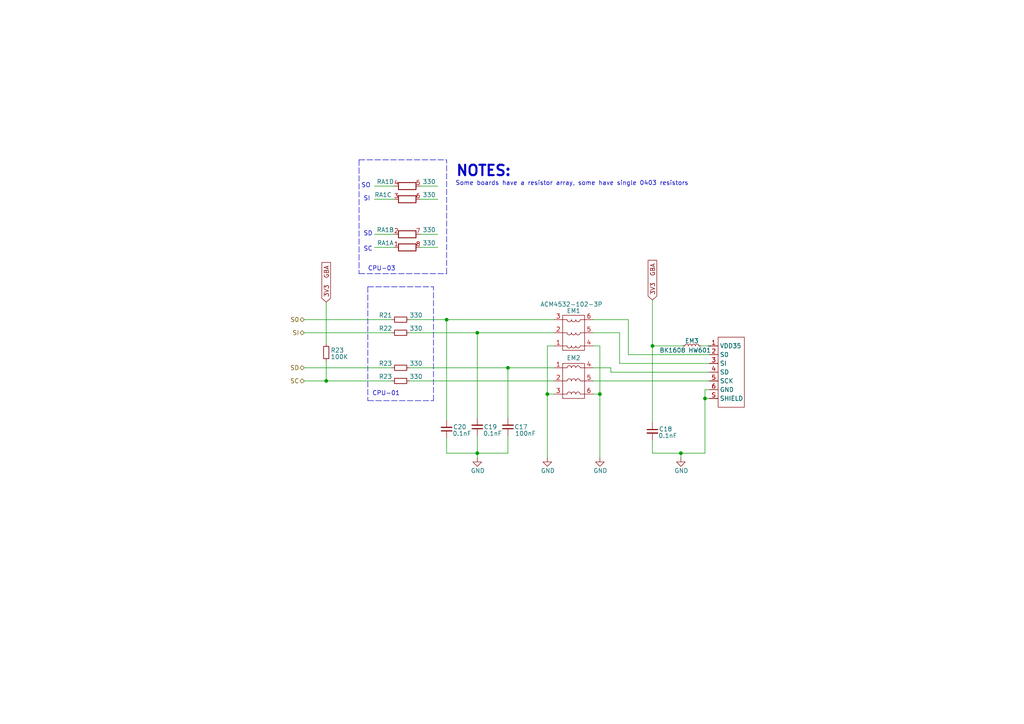
<source format=kicad_sch>
(kicad_sch (version 20230121) (generator eeschema)
  (paper "A4")
  (lib_symbols
    (symbol "AGB:AGB_Link_Port"
      (property "Reference" "U" (at 0 2.54 0))
      (symbol "AGB_Link_Port_0_0"
        (pin unspecified line (at 7.62 -2.54 270) (length 2.54) (name "VDD35") (number "1"))
        (pin unspecified line (at 5.08 -2.54 270) (length 2.54) (name "S0") (number "2"))
        (pin unspecified line (at 2.54 -2.54 270) (length 2.54) (name "SI") (number "3"))
        (pin unspecified line (at 0 -2.54 270) (length 2.54) (name "SD") (number "4"))
        (pin unspecified line (at -2.54 -2.54 270) (length 2.54) (name "SCK") (number "5"))
        (pin unspecified line (at -5.08 -2.54 270) (length 2.54) (name "GND") (number "6"))
        (pin unspecified line (at -7.62 -2.54 270) (length 2.54) (name "SHIELD") (number "S"))
      )
      (symbol "AGB_Link_Port_0_1"
        (rectangle (start -10.16 -5.08) (end 10.16 -12.7))
      )
    )
    (symbol "AGB:Filter_AGB"
      (property "Reference" "EM" (at 0 3.81 0))
      (symbol "Filter_AGB_0_1"
        (rectangle (start -2.54 1.27) (end 3.81 -8.89))
        (arc (start 0 -7.62) (mid -0.635 -7.0097) (end -1.27 -7.62))
        (arc (start 0 -3.81) (mid -0.635 -3.1862) (end -1.27 -3.81))
        (arc (start 0 0) (mid -0.635 0.6238) (end -1.27 0))
        (polyline (pts (xy -2.54 -7.62) (xy -1.27 -7.62)))
        (polyline (pts (xy -2.54 -3.81) (xy -1.27 -3.81)))
        (polyline (pts (xy -2.54 0) (xy -1.27 0)))
        (polyline (pts (xy 3.81 -7.62) (xy 2.54 -7.62)))
        (polyline (pts (xy 3.81 -3.81) (xy 2.54 -3.81)))
        (polyline (pts (xy 3.81 0) (xy 2.54 0)))
        (arc (start 1.27 -7.62) (mid 0.635 -6.9962) (end 0 -7.62))
        (arc (start 1.27 -3.81) (mid 0.635 -3.1907) (end 0 -3.81))
        (arc (start 1.27 0) (mid 0.635 0.6103) (end 0 0))
        (arc (start 2.54 -7.62) (mid 1.905 -6.9962) (end 1.27 -7.62))
        (arc (start 2.54 -3.81) (mid 1.905 -3.1862) (end 1.27 -3.81))
        (arc (start 2.54 0) (mid 1.905 0.5902) (end 1.27 0))
      )
      (symbol "Filter_AGB_1_0"
        (pin unspecified line (at -5.08 0 0) (length 2.54) (name "") (number "1"))
        (pin unspecified line (at -5.08 -3.81 0) (length 2.54) (name "") (number "2"))
        (pin unspecified line (at -5.08 -7.62 0) (length 2.54) (name "") (number "3"))
        (pin unspecified line (at 6.35 0 180) (length 2.54) (name "") (number "4"))
        (pin unspecified line (at 6.35 -3.81 180) (length 2.54) (name "") (number "5"))
        (pin unspecified line (at 6.35 -7.62 180) (length 2.54) (name "") (number "6"))
      )
    )
    (symbol "Device:C_Small" (pin_numbers hide) (pin_names (offset 0.254) hide)
      (property "Reference" "C" (at 0.254 1.778 0))
      (property "Value" "C_Small" (at 0.254 -2.032 0))
      (symbol "C_Small_0_1"
        (polyline (pts (xy -1.524 -0.508) (xy 1.524 -0.508)) (stroke (width 0.3302)))
        (polyline (pts (xy -1.524 0.508) (xy 1.524 0.508)) (stroke (width 0.3048)))
      )
      (symbol "C_Small_1_1"
        (pin passive line (at 0 2.54 270) (length 2.032) (name "~") (number "1"))
        (pin passive line (at 0 -2.54 90) (length 2.032) (name "~") (number "2"))
      )
    )
    (symbol "Device:L_Small" (pin_numbers hide) (pin_names (offset 0.254) hide)
      (property "Reference" "L" (at 0.762 1.016 0))
      (property "Value" "L_Small" (at 0.762 -1.016 0))
      (symbol "L_Small_0_1"
        (arc (start 0 -2.032) (mid 0.5058 -1.524) (end 0 -1.016))
        (arc (start 0 -1.016) (mid 0.5058 -0.508) (end 0 0))
        (arc (start 0 0) (mid 0.5058 0.508) (end 0 1.016))
        (arc (start 0 1.016) (mid 0.5058 1.524) (end 0 2.032))
      )
      (symbol "L_Small_1_1"
        (pin passive line (at 0 2.54 270) (length 0.508) (name "~") (number "1"))
        (pin passive line (at 0 -2.54 90) (length 0.508) (name "~") (number "2"))
      )
    )
    (symbol "Device:R_Pack04_Split" (pin_names (offset 0) hide)
      (property "Reference" "RN" (at 2.032 0 90))
      (property "Value" "R_Pack04_Split" (at 0 0 90))
      (symbol "R_Pack04_Split_0_1"
        (rectangle (start 1.016 2.54) (end -1.016 -2.54) (stroke (width 0.254)))
      )
      (symbol "R_Pack04_Split_1_1"
        (pin passive line (at 0 -3.81 90) (length 1.27) (name "R1.1") (number "1"))
        (pin passive line (at 0 3.81 270) (length 1.27) (name "R1.2") (number "8"))
      )
      (symbol "R_Pack04_Split_2_1"
        (pin passive line (at 0 -3.81 90) (length 1.27) (name "R2.1") (number "2"))
        (pin passive line (at 0 3.81 270) (length 1.27) (name "R2.2") (number "7"))
      )
      (symbol "R_Pack04_Split_3_1"
        (pin passive line (at 0 -3.81 90) (length 1.27) (name "R3.1") (number "3"))
        (pin passive line (at 0 3.81 270) (length 1.27) (name "R3.2") (number "6"))
      )
      (symbol "R_Pack04_Split_4_1"
        (pin passive line (at 0 -3.81 90) (length 1.27) (name "R4.1") (number "4"))
        (pin passive line (at 0 3.81 270) (length 1.27) (name "R4.2") (number "5"))
      )
    )
    (symbol "Device:R_Small" (pin_numbers hide) (pin_names (offset 0.254) hide)
      (property "Reference" "R" (at 0.762 0.508 0))
      (property "Value" "R_Small" (at 0.762 -1.016 0))
      (symbol "R_Small_0_1"
        (rectangle (start -0.762 1.778) (end 0.762 -1.778) (stroke (width 0.2032)))
      )
      (symbol "R_Small_1_1"
        (pin passive line (at 0 2.54 270) (length 0.762) (name "~") (number "1"))
        (pin passive line (at 0 -2.54 90) (length 0.762) (name "~") (number "2"))
      )
    )
    (symbol "power:GND" (power) (pin_names (offset 0))
      (property "Value" "GND" (at 0 -3.81 0))
      (symbol "GND_0_1"
        (polyline (pts (xy 0 0) (xy 0 -1.27) (xy 1.27 -1.27) (xy 0 -2.54) (xy -1.27 -1.27) (xy 0 -1.27)))
      )
      (symbol "GND_1_1"
        (pin power_in line (at 0 0 270) (length 0) hide (name "GND") (number "1"))
      )
    )
  )
  (junction (at 94.615 110.49))
  (junction (at 138.43 131.445))
  (junction (at 173.99 114.3))
  (junction (at 138.43 96.52))
  (junction (at 204.47 115.57))
  (junction (at 147.32 106.68))
  (junction (at 189.23 100.33))
  (junction (at 129.54 92.71))
  (junction (at 158.75 114.3))
  (junction (at 197.485 131.445))
  (wire (pts (xy 197.485 131.445) (xy 204.47 131.445)))
  (wire (pts (xy 189.23 86.995) (xy 189.23 100.33)))
  (wire (pts (xy 204.47 115.57) (xy 204.47 131.445)))
  (wire (pts (xy 189.23 100.33) (xy 198.12 100.33)))
  (wire (pts (xy 173.99 114.3) (xy 172.085 114.3)))
  (wire (pts (xy 121.92 53.975) (xy 127 53.975)))
  (wire (pts (xy 129.54 92.71) (xy 129.54 121.92)))
  (wire (pts (xy 179.705 105.41) (xy 205.74 105.41)))
  (wire (pts (xy 189.23 131.445) (xy 197.485 131.445)))
  (wire (pts (xy 108.585 67.945) (xy 114.3 67.945)))
  (wire (pts (xy 172.085 100.33) (xy 173.99 100.33)))
  (polyline (pts (xy 129.54 79.375) (xy 129.54 46.355)) (stroke (width 0) (type dash)))
  (wire (pts (xy 158.75 132.715) (xy 158.75 114.3)))
  (wire (pts (xy 172.085 92.71) (xy 182.245 92.71)))
  (wire (pts (xy 177.165 107.95) (xy 205.74 107.95)))
  (wire (pts (xy 129.54 92.71) (xy 160.655 92.71)))
  (wire (pts (xy 88.265 106.68) (xy 113.665 106.68)))
  (wire (pts (xy 138.43 126.365) (xy 138.43 131.445)))
  (wire (pts (xy 129.54 131.445) (xy 138.43 131.445)))
  (wire (pts (xy 88.265 96.52) (xy 113.665 96.52)))
  (wire (pts (xy 189.23 127.635) (xy 189.23 131.445)))
  (wire (pts (xy 94.615 104.775) (xy 94.615 110.49)))
  (wire (pts (xy 118.745 110.49) (xy 160.655 110.49)))
  (wire (pts (xy 94.615 110.49) (xy 113.665 110.49)))
  (wire (pts (xy 88.265 92.71) (xy 113.665 92.71)))
  (polyline (pts (xy 104.14 46.355) (xy 104.14 79.375)) (stroke (width 0) (type dash)))
  (wire (pts (xy 138.43 121.285) (xy 138.43 96.52)))
  (wire (pts (xy 177.165 106.68) (xy 177.165 107.95)))
  (wire (pts (xy 204.47 113.03) (xy 205.74 113.03)))
  (wire (pts (xy 94.615 87.63) (xy 94.615 99.695)))
  (wire (pts (xy 138.43 96.52) (xy 160.655 96.52)))
  (wire (pts (xy 173.99 100.33) (xy 173.99 114.3)))
  (wire (pts (xy 108.585 71.755) (xy 114.3 71.755)))
  (wire (pts (xy 121.92 67.945) (xy 127 67.945)))
  (wire (pts (xy 147.32 131.445) (xy 147.32 126.365)))
  (wire (pts (xy 121.92 57.785) (xy 127 57.785)))
  (wire (pts (xy 182.245 102.87) (xy 205.74 102.87)))
  (wire (pts (xy 172.085 110.49) (xy 205.74 110.49)))
  (wire (pts (xy 147.32 106.68) (xy 147.32 121.285)))
  (wire (pts (xy 203.2 100.33) (xy 205.74 100.33)))
  (wire (pts (xy 108.585 53.975) (xy 114.3 53.975)))
  (wire (pts (xy 158.75 114.3) (xy 160.655 114.3)))
  (wire (pts (xy 147.32 106.68) (xy 160.655 106.68)))
  (wire (pts (xy 121.92 71.755) (xy 127 71.755)))
  (wire (pts (xy 138.43 131.445) (xy 147.32 131.445)))
  (wire (pts (xy 118.745 96.52) (xy 138.43 96.52)))
  (wire (pts (xy 179.705 96.52) (xy 179.705 105.41)))
  (wire (pts (xy 172.085 96.52) (xy 179.705 96.52)))
  (wire (pts (xy 88.265 110.49) (xy 94.615 110.49)))
  (wire (pts (xy 197.485 131.445) (xy 197.485 132.715)))
  (polyline (pts (xy 106.68 83.185) (xy 125.73 83.185)) (stroke (width 0) (type dash)))
  (wire (pts (xy 138.43 132.715) (xy 138.43 131.445)))
  (wire (pts (xy 204.47 115.57) (xy 205.74 115.57)))
  (wire (pts (xy 172.085 106.68) (xy 177.165 106.68)))
  (wire (pts (xy 158.75 100.33) (xy 158.75 114.3)))
  (wire (pts (xy 182.245 92.71) (xy 182.245 102.87)))
  (wire (pts (xy 118.745 92.71) (xy 129.54 92.71)))
  (wire (pts (xy 108.585 57.785) (xy 114.3 57.785)))
  (polyline (pts (xy 104.14 79.375) (xy 129.54 79.375)) (stroke (width 0) (type dash)))
  (polyline (pts (xy 104.14 46.355) (xy 129.54 46.355)) (stroke (width 0) (type dash)))
  (wire (pts (xy 204.47 113.03) (xy 204.47 115.57)))
  (polyline (pts (xy 106.68 83.185) (xy 106.68 116.205)) (stroke (width 0) (type dash)))
  (polyline (pts (xy 125.73 116.205) (xy 125.73 83.185)) (stroke (width 0) (type dash)))
  (wire (pts (xy 118.745 106.68) (xy 147.32 106.68)))
  (wire (pts (xy 189.23 100.33) (xy 189.23 122.555)))
  (wire (pts (xy 129.54 127) (xy 129.54 131.445)))
  (wire (pts (xy 158.75 100.33) (xy 160.655 100.33)))
  (wire (pts (xy 173.99 114.3) (xy 173.99 132.715)))
  (polyline (pts (xy 106.68 116.205) (xy 125.73 116.205)) (stroke (width 0) (type dash)))
  (text "CPU-03" (at 106.68 78.74 0) (effects (font (size 1.27 1.27)) (justify left bottom)))
  (text "CPU-01" (at 107.95 114.935 0) (effects (font (size 1.27 1.27)) (justify left bottom)))
  (text "SC" (at 105.41 73.025 0) (effects (font (size 1.27 1.27)) (justify left bottom)))
  (text "SO" (at 104.775 54.61 0) (effects (font (size 1.27 1.27)) (justify left bottom)))
  (text "NOTES:" (at 132.08 51.435 0) (effects (font (size 3 3) (thickness 0.6) bold) (justify left bottom)))
  (text "SI" (at 105.41 58.42 0) (effects (font (size 1.27 1.27)) (justify left bottom)))
  (text "SD" (at 105.41 68.58 0) (effects (font (size 1.27 1.27)) (justify left bottom)))
  (text "Some boards have a resistor array, some have single 0403 resistors" (at 132.08 53.975 0) (effects (font (size 1.27 1.27)) (justify left bottom)))
  (global_label "3V3  GBA" (shape input) (at 189.23 86.995 90) (property "Intersheetrefs" "${INTERSHEET_REFS}" (effects hide)))
  (global_label "3V3  GBA" (shape input) (at 94.615 87.63 90) (property "Intersheetrefs" "${INTERSHEET_REFS}" (effects hide)))
  (hierarchical_label "SD" (shape bidirectional) (at 88.265 106.68 180))
  (hierarchical_label "SC" (shape bidirectional) (at 88.265 110.49 180))
  (hierarchical_label "S0" (shape bidirectional) (at 88.265 92.71 180))
  (hierarchical_label "SI" (shape bidirectional) (at 88.265 96.52 180))
  (symbol (lib_id "Device:R_Small") (at 116.205 110.49 270) (unit 1)
    (property "Reference" "R23" (at 109.855 109.22 90) (effects (justify left)))
    (property "Value" "330" (at 118.745 109.22 90) (effects (justify left)))
    (property "Footprint" "Resistor_SMD:R_0402_1005Metric" (effects hide))
    (instances (project "gba" (path "" (reference "R23") (unit 1)) (path "" (reference "R24") (unit 1))))
  )
  (symbol (lib_id "Device:C_Small") (at 189.23 125.095 0) (unit 1)
    (property "Reference" "C18" (at 193.04 124.46 0))
    (property "Value" "0.1nF" (at 193.675 126.365 0))
    (property "Footprint" "Capacitor_SMD:C_0402_1005Metric" (effects hide))
    (instances (project "gba" (path "" (reference "C18") (unit 1)) (path "" (reference "C17") (unit 1))))
  )
  (symbol (lib_id "Device:R_Small") (at 116.205 92.71 270) (unit 1)
    (property "Reference" "R21" (at 109.855 91.44 90) (effects (justify left)))
    (property "Value" "330" (at 118.745 91.44 90) (effects (justify left)))
    (property "Footprint" "Resistor_SMD:R_0402_1005Metric" (effects hide))
  )
  (symbol (lib_id "power:GND") (at 158.75 132.715 0) (unit 1)
    (property "Reference" "#PWR011" (effects hide))
    (property "Value" "GND" (at 156.845 136.525 0) (effects (justify left)))
    (instances (project "gba" (path "" (reference "#PWR011") (unit 1)) (path "" (reference "#PWR01") (unit 1))))
  )
  (symbol (lib_id "power:GND") (at 173.99 132.715 0) (unit 1)
    (property "Reference" "#PWR011" (effects hide))
    (property "Value" "GND" (at 172.085 136.525 0) (effects (justify left)))
    (instances (project "gba" (path "" (reference "#PWR011") (unit 1)) (path "" (reference "#PWR03") (unit 1))))
  )
  (symbol (lib_id "Device:R_Small") (at 116.205 106.68 270) (unit 1)
    (property "Reference" "R23" (at 109.855 105.41 90) (effects (justify left)))
    (property "Value" "330" (at 118.745 105.41 90) (effects (justify left)))
    (property "Footprint" "Resistor_SMD:R_0402_1005Metric" (effects hide))
  )
  (symbol (lib_id "Device:R_Small") (at 116.205 96.52 270) (unit 1)
    (property "Reference" "R22" (at 109.855 95.25 90) (effects (justify left)))
    (property "Value" "330" (at 118.745 95.25 90) (effects (justify left)))
    (property "Footprint" "Resistor_SMD:R_0402_1005Metric" (effects hide))
  )
  (symbol (lib_id "AGB:Filter_AGB") (at 165.735 106.68 0) (unit 1)
    (property "Reference" "EM2" (at 166.37 103.8169 0))
    (property "Value" "ACM4532-102-3P" (effects hide))
    (property "Footprint" "AGB:AGB Filter" (effects hide))
  )
  (symbol (lib_id "Device:R_Pack04_Split") (at 118.11 53.975 270) (unit 4)
    (property "Reference" "RA1" (at 111.76 52.705 90))
    (property "Value" "330" (at 124.46 52.705 90))
  )
  (symbol (lib_id "AGB:AGB_Link_Port") (at 203.2 107.95 90) (unit 1)
    (property "Reference" "link1" (effects hide))
    (property "Value" "~" (at 205.74 100.33 90))
    (property "Footprint" "AGB:AGB Link Port" (effects hide))
  )
  (symbol (lib_id "Device:R_Pack04_Split") (at 118.11 57.785 270) (unit 3)
    (property "Reference" "RA1" (at 111.125 56.515 90))
    (property "Value" "330" (at 124.46 56.515 90))
  )
  (symbol (lib_id "Device:C_Small") (at 129.54 124.46 180) (unit 1)
    (property "Reference" "C20" (at 133.35 123.825 0))
    (property "Value" "0.1nF" (at 133.985 125.73 0))
    (property "Footprint" "Capacitor_SMD:C_0402_1005Metric" (effects hide))
    (instances (project "gba" (path "" (reference "C20") (unit 1)) (path "" (reference "C19") (unit 1))))
  )
  (symbol (lib_id "AGB:Filter_AGB") (at 165.735 100.33 0) (mirror x) (unit 1)
    (property "Reference" "EM1" (at 166.37 90.17 0))
    (property "Value" "ACM4532-102-3P" (at 165.735 88.265 0))
    (property "Footprint" "AGB:AGB Filter" (effects hide))
  )
  (symbol (lib_id "Device:R_Pack04_Split") (at 118.11 71.755 270) (unit 1)
    (property "Reference" "RA1" (at 111.76 70.485 90))
    (property "Value" "330" (at 124.46 70.485 90))
  )
  (symbol (lib_id "Device:R_Small") (at 94.615 102.235 0) (unit 1)
    (property "Reference" "R23" (at 95.885 101.6 0) (effects (justify left)))
    (property "Value" "100K" (at 95.885 103.505 0) (effects (justify left)))
    (property "Footprint" "Resistor_SMD:R_0402_1005Metric" (effects hide))
    (instances (project "gba" (path "" (reference "R23") (unit 1)) (path "" (reference "R35") (unit 1))))
  )
  (symbol (lib_id "power:GND") (at 197.485 132.715 0) (unit 1)
    (property "Reference" "#PWR011" (effects hide))
    (property "Value" "GND" (at 195.58 136.525 0) (effects (justify left)))
    (instances (project "gba" (path "" (reference "#PWR011") (unit 1)) (path "" (reference "#PWR04") (unit 1))))
  )
  (symbol (lib_id "Device:C_Small") (at 138.43 123.825 180) (unit 1)
    (property "Reference" "C19" (at 142.24 123.825 0))
    (property "Value" "0.1nF" (at 142.875 125.73 0))
    (property "Footprint" "Capacitor_SMD:C_0402_1005Metric" (effects hide))
    (instances (project "gba" (path "" (reference "C19") (unit 1)) (path "" (reference "C18") (unit 1))))
  )
  (symbol (lib_id "Device:R_Pack04_Split") (at 118.11 67.945 270) (unit 2)
    (property "Reference" "RA1" (at 111.76 66.675 90))
    (property "Value" "330" (at 124.46 66.675 90))
  )
  (symbol (lib_id "power:GND") (at 138.43 132.715 0) (unit 1)
    (property "Reference" "#PWR011" (effects hide))
    (property "Value" "GND" (at 136.525 136.525 0) (effects (justify left)))
    (instances (project "gba" (path "" (reference "#PWR011") (unit 1)) (path "" (reference "#PWR010") (unit 1))))
  )
  (symbol (lib_id "Device:L_Small") (at 200.66 100.33 270) (mirror x) (unit 1)
    (property "Reference" "EM3" (at 200.66 98.8623 90))
    (property "Value" "BK1608 HW601" (at 198.755 101.6 90))
    (property "Footprint" "Inductor_SMD:L_0603_1608Metric" (effects hide))
  )
  (symbol (lib_id "Device:C_Small") (at 147.32 123.825 180) (unit 1)
    (property "Reference" "C17" (at 151.13 123.825 0))
    (property "Value" "100nF" (at 152.4 125.73 0))
    (property "Footprint" "Capacitor_SMD:C_0402_1005Metric" (effects hide))
    (instances (project "gba" (path "" (reference "C17") (unit 1)) (path "" (reference "C20") (unit 1))))
  )
)
</source>
